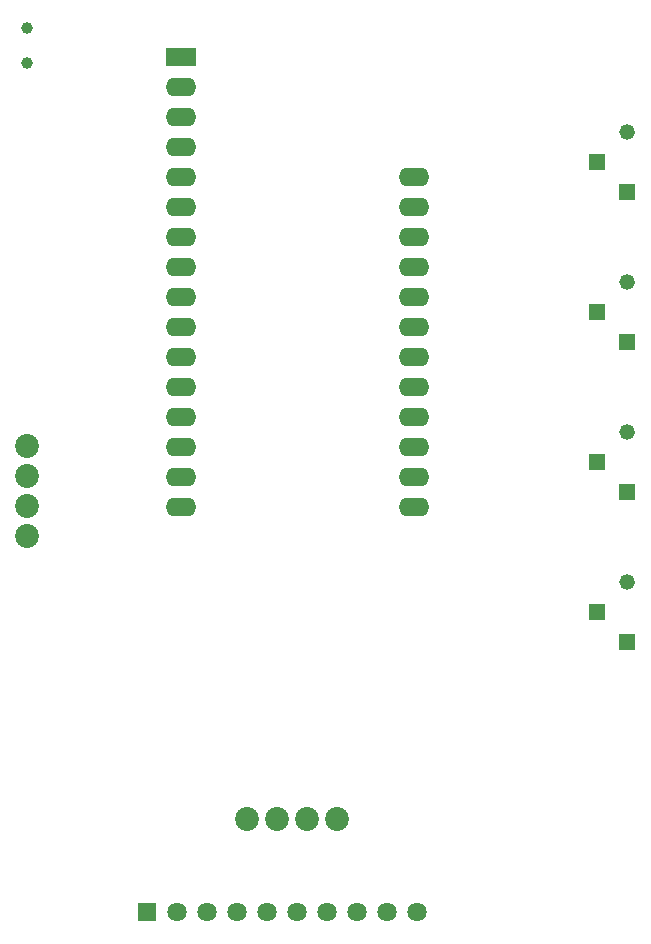
<source format=gbr>
%TF.GenerationSoftware,KiCad,Pcbnew,8.0.5*%
%TF.CreationDate,2024-10-11T15:03:24+01:00*%
%TF.ProjectId,ribboncontroller,72696262-6f6e-4636-9f6e-74726f6c6c65,rev?*%
%TF.SameCoordinates,Original*%
%TF.FileFunction,Soldermask,Bot*%
%TF.FilePolarity,Negative*%
%FSLAX46Y46*%
G04 Gerber Fmt 4.6, Leading zero omitted, Abs format (unit mm)*
G04 Created by KiCad (PCBNEW 8.0.5) date 2024-10-11 15:03:24*
%MOMM*%
%LPD*%
G01*
G04 APERTURE LIST*
G04 Aperture macros list*
%AMRoundRect*
0 Rectangle with rounded corners*
0 $1 Rounding radius*
0 $2 $3 $4 $5 $6 $7 $8 $9 X,Y pos of 4 corners*
0 Add a 4 corners polygon primitive as box body*
4,1,4,$2,$3,$4,$5,$6,$7,$8,$9,$2,$3,0*
0 Add four circle primitives for the rounded corners*
1,1,$1+$1,$2,$3*
1,1,$1+$1,$4,$5*
1,1,$1+$1,$6,$7*
1,1,$1+$1,$8,$9*
0 Add four rect primitives between the rounded corners*
20,1,$1+$1,$2,$3,$4,$5,0*
20,1,$1+$1,$4,$5,$6,$7,0*
20,1,$1+$1,$6,$7,$8,$9,0*
20,1,$1+$1,$8,$9,$2,$3,0*%
G04 Aperture macros list end*
%ADD10C,2.020000*%
%ADD11RoundRect,0.250000X-1.050000X-0.550000X1.050000X-0.550000X1.050000X0.550000X-1.050000X0.550000X0*%
%ADD12O,2.600000X1.600000*%
%ADD13C,1.320800*%
%ADD14R,1.320800X1.320800*%
%ADD15C,1.000000*%
%ADD16R,1.635000X1.635000*%
%ADD17C,1.635000*%
G04 APERTURE END LIST*
D10*
%TO.C,J3*%
X46533134Y-83548351D03*
X43993134Y-83548351D03*
X41453134Y-83548351D03*
X38913134Y-83548351D03*
%TD*%
%TO.C,J2*%
X20320000Y-59620000D03*
X20320000Y-57080000D03*
X20320000Y-54540000D03*
X20320000Y-52000000D03*
%TD*%
D11*
%TO.C,A2*%
X33320000Y-19050000D03*
D12*
X33320000Y-21590000D03*
X33320000Y-24130000D03*
X33320000Y-26670000D03*
X33320000Y-29210000D03*
X33320000Y-31750000D03*
X33320000Y-34290000D03*
X33320000Y-36830000D03*
X33320000Y-39370000D03*
X33320000Y-41910000D03*
X33320000Y-44450000D03*
X33320000Y-46990000D03*
X33320000Y-49530000D03*
X33320000Y-52070000D03*
X33320000Y-54610000D03*
X33320000Y-57150000D03*
X53040000Y-57150000D03*
X53040000Y-54610000D03*
X53040000Y-52070000D03*
X53040000Y-49530000D03*
X53040000Y-46990000D03*
X53040000Y-44450000D03*
X53040000Y-41910000D03*
X53040000Y-39370000D03*
X53040000Y-36830000D03*
X53040000Y-34290000D03*
X53040000Y-31750000D03*
X53040000Y-29210000D03*
%TD*%
D13*
%TO.C,R8*%
X71120000Y-63500000D03*
D14*
X68580000Y-66040000D03*
X71120000Y-68580000D03*
%TD*%
D15*
%TO.C,SW1*%
X20320000Y-16590000D03*
X20320000Y-19590000D03*
%TD*%
D13*
%TO.C,R6*%
X71120000Y-38100000D03*
D14*
X68580000Y-40640000D03*
X71120000Y-43180000D03*
%TD*%
D13*
%TO.C,R5*%
X71120000Y-25400000D03*
D14*
X68580000Y-27940000D03*
X71120000Y-30480000D03*
%TD*%
D16*
%TO.C,J1*%
X30480000Y-91440000D03*
D17*
X33020000Y-91440000D03*
X35560000Y-91440000D03*
X38100000Y-91440000D03*
X40640000Y-91440000D03*
X43180000Y-91440000D03*
X45720000Y-91440000D03*
X48260000Y-91440000D03*
X50800000Y-91440000D03*
X53340000Y-91440000D03*
%TD*%
D13*
%TO.C,R7*%
X71120000Y-50800000D03*
D14*
X68580000Y-53340000D03*
X71120000Y-55880000D03*
%TD*%
M02*

</source>
